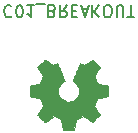
<source format=gbr>
G04 #@! TF.GenerationSoftware,KiCad,Pcbnew,5.1.5-52549c5~86~ubuntu18.04.1*
G04 #@! TF.CreationDate,2020-09-07T14:49:02-05:00*
G04 #@! TF.ProjectId,C01,4330312e-6b69-4636-9164-5f7063625858,rev?*
G04 #@! TF.SameCoordinates,Original*
G04 #@! TF.FileFunction,Legend,Bot*
G04 #@! TF.FilePolarity,Positive*
%FSLAX46Y46*%
G04 Gerber Fmt 4.6, Leading zero omitted, Abs format (unit mm)*
G04 Created by KiCad (PCBNEW 5.1.5-52549c5~86~ubuntu18.04.1) date 2020-09-07 14:49:02*
%MOMM*%
%LPD*%
G04 APERTURE LIST*
%ADD10C,0.150000*%
%ADD11C,0.010000*%
G04 APERTURE END LIST*
D10*
X44036266Y-39622457D02*
X43988647Y-39574838D01*
X43845790Y-39527219D01*
X43750552Y-39527219D01*
X43607695Y-39574838D01*
X43512457Y-39670076D01*
X43464838Y-39765314D01*
X43417219Y-39955790D01*
X43417219Y-40098647D01*
X43464838Y-40289123D01*
X43512457Y-40384361D01*
X43607695Y-40479600D01*
X43750552Y-40527219D01*
X43845790Y-40527219D01*
X43988647Y-40479600D01*
X44036266Y-40431980D01*
X44655314Y-40527219D02*
X44750552Y-40527219D01*
X44845790Y-40479600D01*
X44893409Y-40431980D01*
X44941028Y-40336742D01*
X44988647Y-40146266D01*
X44988647Y-39908171D01*
X44941028Y-39717695D01*
X44893409Y-39622457D01*
X44845790Y-39574838D01*
X44750552Y-39527219D01*
X44655314Y-39527219D01*
X44560076Y-39574838D01*
X44512457Y-39622457D01*
X44464838Y-39717695D01*
X44417219Y-39908171D01*
X44417219Y-40146266D01*
X44464838Y-40336742D01*
X44512457Y-40431980D01*
X44560076Y-40479600D01*
X44655314Y-40527219D01*
X45941028Y-39527219D02*
X45369600Y-39527219D01*
X45655314Y-39527219D02*
X45655314Y-40527219D01*
X45560076Y-40384361D01*
X45464838Y-40289123D01*
X45369600Y-40241504D01*
X46131504Y-39431980D02*
X46893409Y-39431980D01*
X47464838Y-40051028D02*
X47607695Y-40003409D01*
X47655314Y-39955790D01*
X47702933Y-39860552D01*
X47702933Y-39717695D01*
X47655314Y-39622457D01*
X47607695Y-39574838D01*
X47512457Y-39527219D01*
X47131504Y-39527219D01*
X47131504Y-40527219D01*
X47464838Y-40527219D01*
X47560076Y-40479600D01*
X47607695Y-40431980D01*
X47655314Y-40336742D01*
X47655314Y-40241504D01*
X47607695Y-40146266D01*
X47560076Y-40098647D01*
X47464838Y-40051028D01*
X47131504Y-40051028D01*
X48702933Y-39527219D02*
X48369600Y-40003409D01*
X48131504Y-39527219D02*
X48131504Y-40527219D01*
X48512457Y-40527219D01*
X48607695Y-40479600D01*
X48655314Y-40431980D01*
X48702933Y-40336742D01*
X48702933Y-40193885D01*
X48655314Y-40098647D01*
X48607695Y-40051028D01*
X48512457Y-40003409D01*
X48131504Y-40003409D01*
X49131504Y-40051028D02*
X49464838Y-40051028D01*
X49607695Y-39527219D02*
X49131504Y-39527219D01*
X49131504Y-40527219D01*
X49607695Y-40527219D01*
X49988647Y-39812933D02*
X50464838Y-39812933D01*
X49893409Y-39527219D02*
X50226742Y-40527219D01*
X50560076Y-39527219D01*
X50893409Y-39527219D02*
X50893409Y-40527219D01*
X51464838Y-39527219D02*
X51036266Y-40098647D01*
X51464838Y-40527219D02*
X50893409Y-39955790D01*
X52083885Y-40527219D02*
X52274361Y-40527219D01*
X52369600Y-40479600D01*
X52464838Y-40384361D01*
X52512457Y-40193885D01*
X52512457Y-39860552D01*
X52464838Y-39670076D01*
X52369600Y-39574838D01*
X52274361Y-39527219D01*
X52083885Y-39527219D01*
X51988647Y-39574838D01*
X51893409Y-39670076D01*
X51845790Y-39860552D01*
X51845790Y-40193885D01*
X51893409Y-40384361D01*
X51988647Y-40479600D01*
X52083885Y-40527219D01*
X52941028Y-40527219D02*
X52941028Y-39717695D01*
X52988647Y-39622457D01*
X53036266Y-39574838D01*
X53131504Y-39527219D01*
X53321980Y-39527219D01*
X53417219Y-39574838D01*
X53464838Y-39622457D01*
X53512457Y-39717695D01*
X53512457Y-40527219D01*
X53845790Y-40527219D02*
X54417219Y-40527219D01*
X54131504Y-39527219D02*
X54131504Y-40527219D01*
D11*
G36*
X49425414Y-49622669D02*
G01*
X49509235Y-49178045D01*
X49818520Y-49050547D01*
X50127806Y-48923049D01*
X50498846Y-49175354D01*
X50602757Y-49245604D01*
X50696687Y-49308328D01*
X50776252Y-49360662D01*
X50837070Y-49399743D01*
X50874757Y-49422707D01*
X50885021Y-49427658D01*
X50903510Y-49414924D01*
X50943020Y-49379718D01*
X50999122Y-49326538D01*
X51067387Y-49259882D01*
X51143386Y-49184246D01*
X51222692Y-49104128D01*
X51300875Y-49024026D01*
X51373507Y-48948436D01*
X51436159Y-48881855D01*
X51484403Y-48828782D01*
X51513810Y-48793713D01*
X51520841Y-48781977D01*
X51510723Y-48760340D01*
X51482359Y-48712938D01*
X51438729Y-48644407D01*
X51382818Y-48559385D01*
X51317606Y-48462507D01*
X51279819Y-48407250D01*
X51210943Y-48306352D01*
X51149740Y-48215301D01*
X51099178Y-48138630D01*
X51062228Y-48080872D01*
X51041858Y-48046557D01*
X51038797Y-48039346D01*
X51045736Y-48018852D01*
X51064651Y-47971087D01*
X51092687Y-47902768D01*
X51126991Y-47820611D01*
X51164709Y-47731330D01*
X51202987Y-47641642D01*
X51238970Y-47558262D01*
X51269806Y-47487906D01*
X51292639Y-47437290D01*
X51304617Y-47413129D01*
X51305324Y-47412178D01*
X51324131Y-47407564D01*
X51374218Y-47397272D01*
X51450393Y-47382313D01*
X51547465Y-47363699D01*
X51660243Y-47342441D01*
X51726042Y-47330182D01*
X51846550Y-47307238D01*
X51955397Y-47285405D01*
X52047076Y-47265878D01*
X52116081Y-47249852D01*
X52156904Y-47238521D01*
X52165111Y-47234926D01*
X52173148Y-47210594D01*
X52179633Y-47155641D01*
X52184570Y-47076492D01*
X52187964Y-46979574D01*
X52189818Y-46871313D01*
X52190138Y-46758135D01*
X52188927Y-46646465D01*
X52186190Y-46542732D01*
X52181931Y-46453359D01*
X52176155Y-46384774D01*
X52168867Y-46343403D01*
X52164495Y-46334790D01*
X52138364Y-46324467D01*
X52082993Y-46309708D01*
X52005707Y-46292248D01*
X51913830Y-46273820D01*
X51881758Y-46267859D01*
X51727124Y-46239534D01*
X51604975Y-46216724D01*
X51511273Y-46198520D01*
X51441984Y-46184017D01*
X51393071Y-46172308D01*
X51360497Y-46162485D01*
X51340228Y-46153644D01*
X51328226Y-46144876D01*
X51326547Y-46143143D01*
X51309784Y-46115229D01*
X51284214Y-46060905D01*
X51252388Y-45986823D01*
X51216860Y-45899635D01*
X51180183Y-45805992D01*
X51144911Y-45712548D01*
X51113596Y-45625953D01*
X51088793Y-45552860D01*
X51073054Y-45499922D01*
X51068932Y-45473789D01*
X51069276Y-45472874D01*
X51083241Y-45451514D01*
X51114922Y-45404516D01*
X51160991Y-45336773D01*
X51218118Y-45253177D01*
X51282973Y-45158618D01*
X51301443Y-45131746D01*
X51367299Y-45034325D01*
X51425250Y-44945437D01*
X51472138Y-44870188D01*
X51504807Y-44813680D01*
X51520100Y-44781019D01*
X51520841Y-44777007D01*
X51507992Y-44755916D01*
X51472488Y-44714136D01*
X51418893Y-44656155D01*
X51351771Y-44586465D01*
X51275687Y-44509555D01*
X51195204Y-44429917D01*
X51114887Y-44352039D01*
X51039299Y-44280414D01*
X50973005Y-44219530D01*
X50920569Y-44173879D01*
X50886555Y-44147950D01*
X50877145Y-44143717D01*
X50855243Y-44153688D01*
X50810400Y-44180580D01*
X50749921Y-44219864D01*
X50703389Y-44251483D01*
X50619075Y-44309502D01*
X50519226Y-44377816D01*
X50419073Y-44446021D01*
X50365227Y-44482525D01*
X50182971Y-44605800D01*
X50029981Y-44523080D01*
X49960282Y-44486841D01*
X49901014Y-44458674D01*
X49860911Y-44442609D01*
X49850703Y-44440374D01*
X49838429Y-44456878D01*
X49814213Y-44503518D01*
X49779863Y-44575991D01*
X49737188Y-44669994D01*
X49687994Y-44781226D01*
X49634090Y-44905385D01*
X49577284Y-45038168D01*
X49519382Y-45175273D01*
X49462193Y-45312398D01*
X49407524Y-45445242D01*
X49357184Y-45569502D01*
X49312980Y-45680875D01*
X49276719Y-45775061D01*
X49250209Y-45847756D01*
X49235258Y-45894659D01*
X49232854Y-45910767D01*
X49251911Y-45931314D01*
X49293636Y-45964667D01*
X49349306Y-46003898D01*
X49353978Y-46007001D01*
X49497864Y-46122177D01*
X49613883Y-46256547D01*
X49701030Y-46405816D01*
X49758299Y-46565687D01*
X49784686Y-46731863D01*
X49779185Y-46900048D01*
X49740790Y-47065945D01*
X49668495Y-47225258D01*
X49647226Y-47260113D01*
X49536596Y-47400863D01*
X49405902Y-47513886D01*
X49259664Y-47598597D01*
X49102408Y-47654406D01*
X48938657Y-47680726D01*
X48772933Y-47676970D01*
X48609762Y-47642550D01*
X48453665Y-47576877D01*
X48309167Y-47479365D01*
X48264469Y-47439787D01*
X48150712Y-47315897D01*
X48067818Y-47185476D01*
X48010956Y-47039285D01*
X47979287Y-46894512D01*
X47971469Y-46731740D01*
X47997538Y-46568160D01*
X48054845Y-46409302D01*
X48140744Y-46260694D01*
X48252586Y-46127865D01*
X48387723Y-46016344D01*
X48405483Y-46004589D01*
X48461750Y-45966092D01*
X48504523Y-45932737D01*
X48524972Y-45911440D01*
X48525269Y-45910767D01*
X48520879Y-45887729D01*
X48503476Y-45835443D01*
X48474868Y-45758210D01*
X48436865Y-45660332D01*
X48391274Y-45546109D01*
X48339903Y-45419842D01*
X48284562Y-45285833D01*
X48227058Y-45148382D01*
X48169201Y-45011792D01*
X48112798Y-44880363D01*
X48059658Y-44758395D01*
X48011590Y-44650191D01*
X47970401Y-44560051D01*
X47937901Y-44492277D01*
X47915897Y-44451170D01*
X47907036Y-44440374D01*
X47879960Y-44448781D01*
X47829297Y-44471328D01*
X47763783Y-44503987D01*
X47727759Y-44523080D01*
X47574768Y-44605800D01*
X47392512Y-44482525D01*
X47299475Y-44419372D01*
X47197615Y-44349873D01*
X47102162Y-44284435D01*
X47054350Y-44251483D01*
X46987105Y-44206327D01*
X46930164Y-44170543D01*
X46890954Y-44148662D01*
X46878219Y-44144037D01*
X46859683Y-44156515D01*
X46818659Y-44191348D01*
X46759125Y-44244922D01*
X46685058Y-44313617D01*
X46600435Y-44393819D01*
X46546915Y-44445314D01*
X46453281Y-44537314D01*
X46372359Y-44619601D01*
X46307423Y-44688655D01*
X46261742Y-44740956D01*
X46238589Y-44772984D01*
X46236368Y-44779484D01*
X46246676Y-44804206D01*
X46275161Y-44854195D01*
X46318663Y-44924388D01*
X46374023Y-45009725D01*
X46438080Y-45105144D01*
X46456297Y-45131746D01*
X46522673Y-45228433D01*
X46582222Y-45315483D01*
X46631616Y-45388005D01*
X46667525Y-45441107D01*
X46686619Y-45469897D01*
X46688464Y-45472874D01*
X46685705Y-45495818D01*
X46671062Y-45546264D01*
X46647087Y-45617559D01*
X46616334Y-45703053D01*
X46581356Y-45796093D01*
X46544707Y-45890026D01*
X46508939Y-45978201D01*
X46476606Y-46053966D01*
X46450262Y-46110669D01*
X46432458Y-46141657D01*
X46431193Y-46143143D01*
X46420306Y-46151999D01*
X46401918Y-46160757D01*
X46371994Y-46170323D01*
X46326497Y-46181604D01*
X46261391Y-46195507D01*
X46172639Y-46212937D01*
X46056207Y-46234802D01*
X45908058Y-46262009D01*
X45875982Y-46267859D01*
X45780914Y-46286226D01*
X45698035Y-46304195D01*
X45634670Y-46320031D01*
X45598142Y-46332000D01*
X45593244Y-46334790D01*
X45585173Y-46359528D01*
X45578613Y-46414810D01*
X45573567Y-46494211D01*
X45570041Y-46591304D01*
X45568039Y-46699662D01*
X45567564Y-46812860D01*
X45568623Y-46924472D01*
X45571218Y-47028071D01*
X45575354Y-47117232D01*
X45581037Y-47185528D01*
X45588269Y-47226534D01*
X45592629Y-47234926D01*
X45616902Y-47243392D01*
X45672174Y-47257165D01*
X45752938Y-47275050D01*
X45853688Y-47295852D01*
X45968917Y-47318377D01*
X46031698Y-47330182D01*
X46150813Y-47352449D01*
X46257035Y-47372621D01*
X46345173Y-47389685D01*
X46410034Y-47402631D01*
X46446426Y-47410445D01*
X46452416Y-47412178D01*
X46462539Y-47431710D01*
X46483938Y-47478757D01*
X46513761Y-47546597D01*
X46549155Y-47628509D01*
X46587268Y-47717772D01*
X46625247Y-47807665D01*
X46660240Y-47891465D01*
X46689394Y-47962453D01*
X46709857Y-48013906D01*
X46718777Y-48039103D01*
X46718943Y-48040204D01*
X46708831Y-48060081D01*
X46680483Y-48105823D01*
X46636877Y-48172883D01*
X46580994Y-48256716D01*
X46515813Y-48352774D01*
X46477921Y-48407950D01*
X46408875Y-48509119D01*
X46347550Y-48600970D01*
X46296937Y-48678856D01*
X46260029Y-48738131D01*
X46239818Y-48774149D01*
X46236899Y-48782223D01*
X46249447Y-48801016D01*
X46284137Y-48841143D01*
X46336537Y-48898107D01*
X46402216Y-48967415D01*
X46476744Y-49044569D01*
X46555687Y-49125075D01*
X46634617Y-49204437D01*
X46709100Y-49278160D01*
X46774706Y-49341748D01*
X46827004Y-49390706D01*
X46861561Y-49420539D01*
X46873122Y-49427658D01*
X46891946Y-49417647D01*
X46936969Y-49389522D01*
X47003813Y-49346146D01*
X47088101Y-49290382D01*
X47185456Y-49225094D01*
X47258893Y-49175354D01*
X47629933Y-48923049D01*
X48248505Y-49178045D01*
X48332325Y-49622669D01*
X48416146Y-50067293D01*
X49341594Y-50067293D01*
X49425414Y-49622669D01*
G37*
X49425414Y-49622669D02*
X49509235Y-49178045D01*
X49818520Y-49050547D01*
X50127806Y-48923049D01*
X50498846Y-49175354D01*
X50602757Y-49245604D01*
X50696687Y-49308328D01*
X50776252Y-49360662D01*
X50837070Y-49399743D01*
X50874757Y-49422707D01*
X50885021Y-49427658D01*
X50903510Y-49414924D01*
X50943020Y-49379718D01*
X50999122Y-49326538D01*
X51067387Y-49259882D01*
X51143386Y-49184246D01*
X51222692Y-49104128D01*
X51300875Y-49024026D01*
X51373507Y-48948436D01*
X51436159Y-48881855D01*
X51484403Y-48828782D01*
X51513810Y-48793713D01*
X51520841Y-48781977D01*
X51510723Y-48760340D01*
X51482359Y-48712938D01*
X51438729Y-48644407D01*
X51382818Y-48559385D01*
X51317606Y-48462507D01*
X51279819Y-48407250D01*
X51210943Y-48306352D01*
X51149740Y-48215301D01*
X51099178Y-48138630D01*
X51062228Y-48080872D01*
X51041858Y-48046557D01*
X51038797Y-48039346D01*
X51045736Y-48018852D01*
X51064651Y-47971087D01*
X51092687Y-47902768D01*
X51126991Y-47820611D01*
X51164709Y-47731330D01*
X51202987Y-47641642D01*
X51238970Y-47558262D01*
X51269806Y-47487906D01*
X51292639Y-47437290D01*
X51304617Y-47413129D01*
X51305324Y-47412178D01*
X51324131Y-47407564D01*
X51374218Y-47397272D01*
X51450393Y-47382313D01*
X51547465Y-47363699D01*
X51660243Y-47342441D01*
X51726042Y-47330182D01*
X51846550Y-47307238D01*
X51955397Y-47285405D01*
X52047076Y-47265878D01*
X52116081Y-47249852D01*
X52156904Y-47238521D01*
X52165111Y-47234926D01*
X52173148Y-47210594D01*
X52179633Y-47155641D01*
X52184570Y-47076492D01*
X52187964Y-46979574D01*
X52189818Y-46871313D01*
X52190138Y-46758135D01*
X52188927Y-46646465D01*
X52186190Y-46542732D01*
X52181931Y-46453359D01*
X52176155Y-46384774D01*
X52168867Y-46343403D01*
X52164495Y-46334790D01*
X52138364Y-46324467D01*
X52082993Y-46309708D01*
X52005707Y-46292248D01*
X51913830Y-46273820D01*
X51881758Y-46267859D01*
X51727124Y-46239534D01*
X51604975Y-46216724D01*
X51511273Y-46198520D01*
X51441984Y-46184017D01*
X51393071Y-46172308D01*
X51360497Y-46162485D01*
X51340228Y-46153644D01*
X51328226Y-46144876D01*
X51326547Y-46143143D01*
X51309784Y-46115229D01*
X51284214Y-46060905D01*
X51252388Y-45986823D01*
X51216860Y-45899635D01*
X51180183Y-45805992D01*
X51144911Y-45712548D01*
X51113596Y-45625953D01*
X51088793Y-45552860D01*
X51073054Y-45499922D01*
X51068932Y-45473789D01*
X51069276Y-45472874D01*
X51083241Y-45451514D01*
X51114922Y-45404516D01*
X51160991Y-45336773D01*
X51218118Y-45253177D01*
X51282973Y-45158618D01*
X51301443Y-45131746D01*
X51367299Y-45034325D01*
X51425250Y-44945437D01*
X51472138Y-44870188D01*
X51504807Y-44813680D01*
X51520100Y-44781019D01*
X51520841Y-44777007D01*
X51507992Y-44755916D01*
X51472488Y-44714136D01*
X51418893Y-44656155D01*
X51351771Y-44586465D01*
X51275687Y-44509555D01*
X51195204Y-44429917D01*
X51114887Y-44352039D01*
X51039299Y-44280414D01*
X50973005Y-44219530D01*
X50920569Y-44173879D01*
X50886555Y-44147950D01*
X50877145Y-44143717D01*
X50855243Y-44153688D01*
X50810400Y-44180580D01*
X50749921Y-44219864D01*
X50703389Y-44251483D01*
X50619075Y-44309502D01*
X50519226Y-44377816D01*
X50419073Y-44446021D01*
X50365227Y-44482525D01*
X50182971Y-44605800D01*
X50029981Y-44523080D01*
X49960282Y-44486841D01*
X49901014Y-44458674D01*
X49860911Y-44442609D01*
X49850703Y-44440374D01*
X49838429Y-44456878D01*
X49814213Y-44503518D01*
X49779863Y-44575991D01*
X49737188Y-44669994D01*
X49687994Y-44781226D01*
X49634090Y-44905385D01*
X49577284Y-45038168D01*
X49519382Y-45175273D01*
X49462193Y-45312398D01*
X49407524Y-45445242D01*
X49357184Y-45569502D01*
X49312980Y-45680875D01*
X49276719Y-45775061D01*
X49250209Y-45847756D01*
X49235258Y-45894659D01*
X49232854Y-45910767D01*
X49251911Y-45931314D01*
X49293636Y-45964667D01*
X49349306Y-46003898D01*
X49353978Y-46007001D01*
X49497864Y-46122177D01*
X49613883Y-46256547D01*
X49701030Y-46405816D01*
X49758299Y-46565687D01*
X49784686Y-46731863D01*
X49779185Y-46900048D01*
X49740790Y-47065945D01*
X49668495Y-47225258D01*
X49647226Y-47260113D01*
X49536596Y-47400863D01*
X49405902Y-47513886D01*
X49259664Y-47598597D01*
X49102408Y-47654406D01*
X48938657Y-47680726D01*
X48772933Y-47676970D01*
X48609762Y-47642550D01*
X48453665Y-47576877D01*
X48309167Y-47479365D01*
X48264469Y-47439787D01*
X48150712Y-47315897D01*
X48067818Y-47185476D01*
X48010956Y-47039285D01*
X47979287Y-46894512D01*
X47971469Y-46731740D01*
X47997538Y-46568160D01*
X48054845Y-46409302D01*
X48140744Y-46260694D01*
X48252586Y-46127865D01*
X48387723Y-46016344D01*
X48405483Y-46004589D01*
X48461750Y-45966092D01*
X48504523Y-45932737D01*
X48524972Y-45911440D01*
X48525269Y-45910767D01*
X48520879Y-45887729D01*
X48503476Y-45835443D01*
X48474868Y-45758210D01*
X48436865Y-45660332D01*
X48391274Y-45546109D01*
X48339903Y-45419842D01*
X48284562Y-45285833D01*
X48227058Y-45148382D01*
X48169201Y-45011792D01*
X48112798Y-44880363D01*
X48059658Y-44758395D01*
X48011590Y-44650191D01*
X47970401Y-44560051D01*
X47937901Y-44492277D01*
X47915897Y-44451170D01*
X47907036Y-44440374D01*
X47879960Y-44448781D01*
X47829297Y-44471328D01*
X47763783Y-44503987D01*
X47727759Y-44523080D01*
X47574768Y-44605800D01*
X47392512Y-44482525D01*
X47299475Y-44419372D01*
X47197615Y-44349873D01*
X47102162Y-44284435D01*
X47054350Y-44251483D01*
X46987105Y-44206327D01*
X46930164Y-44170543D01*
X46890954Y-44148662D01*
X46878219Y-44144037D01*
X46859683Y-44156515D01*
X46818659Y-44191348D01*
X46759125Y-44244922D01*
X46685058Y-44313617D01*
X46600435Y-44393819D01*
X46546915Y-44445314D01*
X46453281Y-44537314D01*
X46372359Y-44619601D01*
X46307423Y-44688655D01*
X46261742Y-44740956D01*
X46238589Y-44772984D01*
X46236368Y-44779484D01*
X46246676Y-44804206D01*
X46275161Y-44854195D01*
X46318663Y-44924388D01*
X46374023Y-45009725D01*
X46438080Y-45105144D01*
X46456297Y-45131746D01*
X46522673Y-45228433D01*
X46582222Y-45315483D01*
X46631616Y-45388005D01*
X46667525Y-45441107D01*
X46686619Y-45469897D01*
X46688464Y-45472874D01*
X46685705Y-45495818D01*
X46671062Y-45546264D01*
X46647087Y-45617559D01*
X46616334Y-45703053D01*
X46581356Y-45796093D01*
X46544707Y-45890026D01*
X46508939Y-45978201D01*
X46476606Y-46053966D01*
X46450262Y-46110669D01*
X46432458Y-46141657D01*
X46431193Y-46143143D01*
X46420306Y-46151999D01*
X46401918Y-46160757D01*
X46371994Y-46170323D01*
X46326497Y-46181604D01*
X46261391Y-46195507D01*
X46172639Y-46212937D01*
X46056207Y-46234802D01*
X45908058Y-46262009D01*
X45875982Y-46267859D01*
X45780914Y-46286226D01*
X45698035Y-46304195D01*
X45634670Y-46320031D01*
X45598142Y-46332000D01*
X45593244Y-46334790D01*
X45585173Y-46359528D01*
X45578613Y-46414810D01*
X45573567Y-46494211D01*
X45570041Y-46591304D01*
X45568039Y-46699662D01*
X45567564Y-46812860D01*
X45568623Y-46924472D01*
X45571218Y-47028071D01*
X45575354Y-47117232D01*
X45581037Y-47185528D01*
X45588269Y-47226534D01*
X45592629Y-47234926D01*
X45616902Y-47243392D01*
X45672174Y-47257165D01*
X45752938Y-47275050D01*
X45853688Y-47295852D01*
X45968917Y-47318377D01*
X46031698Y-47330182D01*
X46150813Y-47352449D01*
X46257035Y-47372621D01*
X46345173Y-47389685D01*
X46410034Y-47402631D01*
X46446426Y-47410445D01*
X46452416Y-47412178D01*
X46462539Y-47431710D01*
X46483938Y-47478757D01*
X46513761Y-47546597D01*
X46549155Y-47628509D01*
X46587268Y-47717772D01*
X46625247Y-47807665D01*
X46660240Y-47891465D01*
X46689394Y-47962453D01*
X46709857Y-48013906D01*
X46718777Y-48039103D01*
X46718943Y-48040204D01*
X46708831Y-48060081D01*
X46680483Y-48105823D01*
X46636877Y-48172883D01*
X46580994Y-48256716D01*
X46515813Y-48352774D01*
X46477921Y-48407950D01*
X46408875Y-48509119D01*
X46347550Y-48600970D01*
X46296937Y-48678856D01*
X46260029Y-48738131D01*
X46239818Y-48774149D01*
X46236899Y-48782223D01*
X46249447Y-48801016D01*
X46284137Y-48841143D01*
X46336537Y-48898107D01*
X46402216Y-48967415D01*
X46476744Y-49044569D01*
X46555687Y-49125075D01*
X46634617Y-49204437D01*
X46709100Y-49278160D01*
X46774706Y-49341748D01*
X46827004Y-49390706D01*
X46861561Y-49420539D01*
X46873122Y-49427658D01*
X46891946Y-49417647D01*
X46936969Y-49389522D01*
X47003813Y-49346146D01*
X47088101Y-49290382D01*
X47185456Y-49225094D01*
X47258893Y-49175354D01*
X47629933Y-48923049D01*
X48248505Y-49178045D01*
X48332325Y-49622669D01*
X48416146Y-50067293D01*
X49341594Y-50067293D01*
X49425414Y-49622669D01*
M02*

</source>
